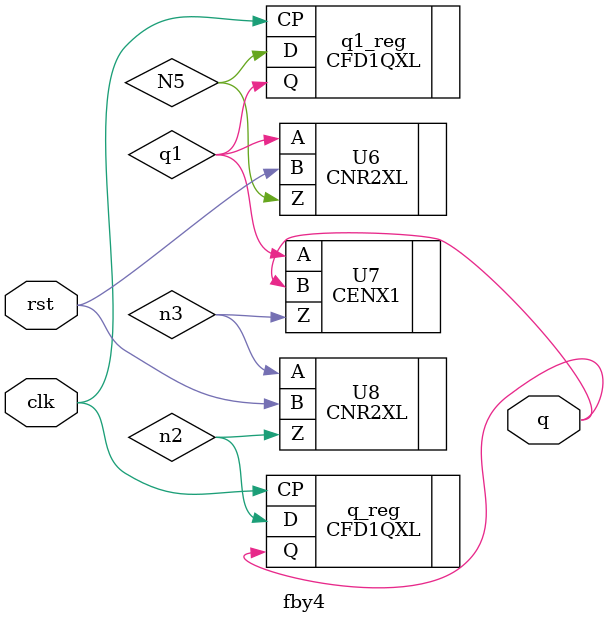
<source format=v>


module fby4 ( clk, rst, q );
  input clk, rst;
  output q;
  wire   q1, N5, n2, n3;

  CFD1QXL q1_reg ( .D(N5), .CP(clk), .Q(q1) );
  CFD1QXL q_reg ( .D(n2), .CP(clk), .Q(q) );
  CNR2XL U6 ( .A(q1), .B(rst), .Z(N5) );
  CENX1 U7 ( .A(q1), .B(q), .Z(n3) );
  CNR2XL U8 ( .A(n3), .B(rst), .Z(n2) );
endmodule


</source>
